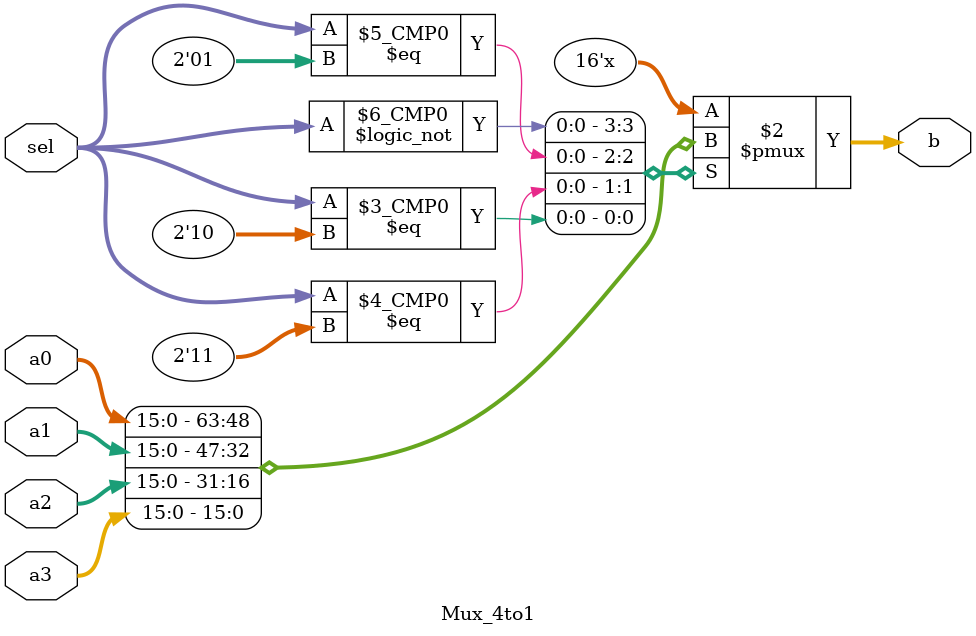
<source format=sv>
module datapath(input clk,
  input [1:0] vsel,
  input loada,
  input loadb,
  input loadc,
  input loads,
  input [2:0] writenum,
  input write,
  input [2:0] readnum,
  input [1:0] shift,
  input asel,
  input bsel,
  input [1:0] ALUop,
  input [7:0] PC,
  input [15:0] sximm8,
  input [15:0] sximm5,
  input [15:0] mdata,
  output wire [15:0] regfile_data_out,
  output wire [15:0] datapath_out,
  output wire [2:0] Z_out
  );

  // Regfile connections
  wire [15:0] data_in;
  wire [15:0] data_out;
  assign regfile_data_out = data_out;

  // Shifter connections
  wire [15:0] in;
  wire [15:0] sout;

  // ALU connections
  wire [15:0] Ain, Bin, ALU_out; //does it need to be signed...?
  wire [2:0] Z;

  // Other connections
  wire [15:0] A_ff_out; // "out" on the diagram

  // Register file instantiation (#1)
  regfile REGFILE(.data_in(data_in),
                  .writenum(writenum),
                  .write(write),
                  .readnum(readnum),
                  .clk(clk),
                  .data_out(data_out));

  // ALU instantiation (#2)
  ALU ALU(.Ain(Ain),
          .Bin(Bin),
          .ALUop(ALUop),
          .out(ALU_out),
          .Z(Z));

  // Shifter instantiation (#8)
  shifter shifter(.in(in), .shift(shift), .sout(sout));

  // Muxes #6, #7, #9
  Mux_2to1 #(.WIDTH(16)) mux6(.a0(A_ff_out), .a1(16'b0000_0000_0000_0000), .sel(asel), .out(Ain));

  Mux_2to1 #(.WIDTH(16)) mux7(.a0(sout), .a1(sximm5), .sel(bsel), .out(Bin));

  Mux_4to1 #(.WIDTH(16)) mux9(.a0(mdata), .a1(sximm8), .a2({8'b0, PC}), .a3(datapath_out), .sel(vsel), .b(data_in));


  // Flip-flops
  vDFF_loadEnable A_ff(.clk(clk), .load(loada), .in(data_out), .out(A_ff_out));

  vDFF_loadEnable B_ff(.clk(clk), .load(loadb), .in(data_out), .out(in));

  vDFF_loadEnable C_ff(.clk(clk), .load(loadc), .in(ALU_out), .out(datapath_out));

  vDFF_loadEnable #(.WIDTH(3)) Z_ff(.clk(clk), .load(loads), .in(Z), .out(Z_out));

endmodule


module Mux_4to1 #(parameter WIDTH = 16) (a0, a1, a2, a3, sel, b);
  input [WIDTH-1:0] a0, a1, a2, a3;
  input [1:0] sel;
  output reg [WIDTH-1:0] b;

  always_comb begin
    case (sel)
      2'b00: b = a0;
      2'b01: b = a1;
      2'b11: b = a2;
      2'b10: b = a3;
      default: b = {16{1'bx}};
    endcase

  end
endmodule
</source>
